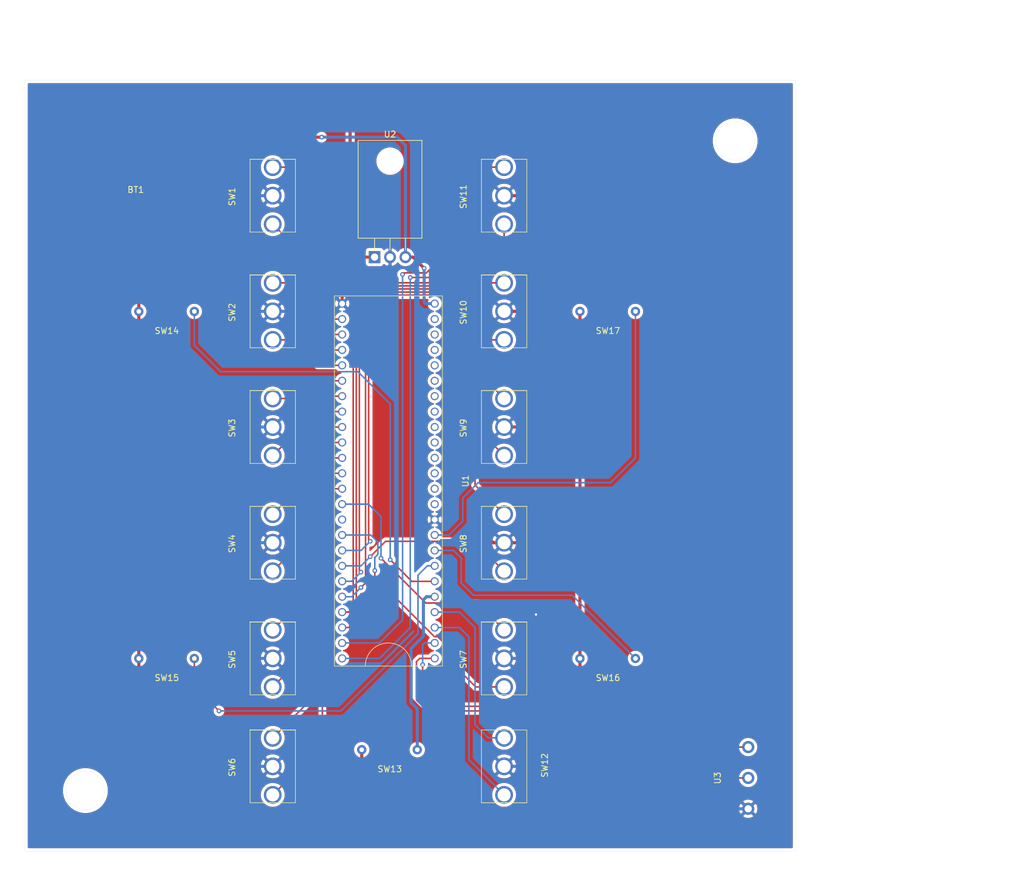
<source format=kicad_pcb>
(kicad_pcb (version 20171130) (host pcbnew "(5.1.9)-1")
  (title_block (date 2020-09-20) (rev Launchbox) (company v01) (comment 4 "Author: Ankit Khandelwal"))
  (layers (0 F.Cu signal) (31 B.Cu signal) (34 B.Paste user) (35 F.Paste user) (36 B.SilkS user) (37 F.SilkS user) (38 B.Mask user) (39 F.Mask user) (44 Edge.Cuts user))
  (net 0 "")
  (net 1 "Net-(BT1-Pad1)")
  (net 2 GND)
  (net 3 "Net-(SW1-Pad1)")
  (net 4 "Net-(SW1-Pad3)")
  (net 5 "Net-(SW2-Pad1)")
  (net 6 "Net-(SW2-Pad3)")
  (net 7 "Net-(SW3-Pad3)")
  (net 8 "Net-(SW3-Pad1)")
  (net 9 "Net-(SW4-Pad1)")
  (net 10 "Net-(SW4-Pad3)")
  (net 11 "Net-(SW6-Pad1)")
  (net 12 "Net-(SW6-Pad3)")
  (net 13 "Net-(SW7-Pad3)")
  (net 14 "Net-(SW7-Pad1)")
  (net 15 "Net-(SW8-Pad1)")
  (net 16 "Net-(SW8-Pad3)")
  (net 17 "Net-(SW9-Pad3)")
  (net 18 "Net-(SW9-Pad1)")
  (net 19 "Net-(SW10-Pad3)")
  (net 20 "Net-(SW10-Pad1)")
  (net 21 "Net-(SW11-Pad1)")
  (net 22 "Net-(SW11-Pad3)")
  (net 23 "Net-(SW12-Pad1)")
  (net 24 "Net-(SW12-Pad3)")
  (net 25 "Net-(SW13-Pad1)")
  (net 26 "Net-(SW14-Pad2)")
  (net 27 "Net-(SW15-Pad2)")
  (net 28 "Net-(SW16-Pad2)")
  (net 29 "Net-(SW17-Pad2)")
  (net 30 "Net-(U1-Pad47)")
  (net 31 "Net-(U1-Pad33)")
  (net 32 "Net-(U1-Pad34)")
  (net 33 "Net-(U1-Pad13)")
  (net 34 "Net-(U1-Pad14)")
  (net 35 "Net-(U1-Pad15)")
  (net 36 "Net-(U1-Pad16)")
  (net 37 "Net-(U1-Pad17)")
  (net 38 "Net-(U1-Pad18)")
  (net 39 "Net-(U1-Pad19)")
  (net 40 "Net-(U1-Pad20)")
  (net 41 "Net-(U1-Pad21)")
  (net 42 "Net-(U1-Pad22)")
  (net 43 "Net-(U1-Pad23)")
  (net 44 "Net-(U1-Pad42)")
  (net 45 "Net-(U1-Pad41)")
  (net 46 "Net-(SW5-Pad1)")
  (net 47 "Net-(SW5-Pad3)")
  (net 48 "Net-(SW13-Pad2)")
  (module "Launchbox:Teensy 3.6" (layer F.Cu) (at 103.715 101.585 90)
    (fp_text reference U1 (at 0 12.7 90) (layer F.SilkS))
    (fp_text value Teensy3.6)
    (fp_line (start -30.48 -8.89) (end 30.48 -8.89) (layer F.SilkS) (width 0.1016))
    (fp_line (start 30.48 8.89) (end 30.48 -8.89) (layer F.SilkS) (width 0.1016))
    (fp_line (start -30.48 8.89) (end 30.48 8.89) (layer F.SilkS) (width 0.1016))
    (fp_line (start -30.48 -8.89) (end -30.48 8.89) (layer F.SilkS) (width 0.1016))
    (fp_arc (start -30.48 0) (end -30.48 -3.81) (angle 180) (layer F.SilkS) (width 0.1016))
    (pad 32 thru_hole circle (at -29.21 -7.62 90) (size 1.3208 1.3208) (drill 0.9398) (layers *.Cu *.Mask) (net 22 "Net-(SW11-Pad3)"))
    (pad 31 thru_hole circle (at -26.67 -7.62 90) (size 1.3208 1.3208) (drill 0.9398) (layers *.Cu *.Mask) (net 21 "Net-(SW11-Pad1)"))
    (pad 30 thru_hole circle (at -24.13 -7.62 90) (size 1.3208 1.3208) (drill 0.9398) (layers *.Cu *.Mask) (net 19 "Net-(SW10-Pad3)"))
    (pad 29 thru_hole circle (at -21.59 -7.62 90) (size 1.3208 1.3208) (drill 0.9398) (layers *.Cu *.Mask) (net 20 "Net-(SW10-Pad1)"))
    (pad 28 thru_hole circle (at -19.05 -7.62 90) (size 1.3208 1.3208) (drill 0.9398) (layers *.Cu *.Mask) (net 17 "Net-(SW9-Pad3)"))
    (pad 27 thru_hole circle (at -16.51 -7.62 90) (size 1.3208 1.3208) (drill 0.9398) (layers *.Cu *.Mask) (net 18 "Net-(SW9-Pad1)"))
    (pad 26 thru_hole circle (at -13.97 -7.62 90) (size 1.3208 1.3208) (drill 0.9398) (layers *.Cu *.Mask) (net 16 "Net-(SW8-Pad3)"))
    (pad 25 thru_hole circle (at -11.43 -7.62 90) (size 1.3208 1.3208) (drill 0.9398) (layers *.Cu *.Mask) (net 15 "Net-(SW8-Pad1)"))
    (pad 24 thru_hole circle (at -8.89 -7.62 90) (size 1.3208 1.3208) (drill 0.9398) (layers *.Cu *.Mask) (net 13 "Net-(SW7-Pad3)"))
    (pad 47 thru_hole circle (at -6.35 -7.62 90) (size 1.3208 1.3208) (drill 0.9398) (layers *.Cu *.Mask) (net 30 "Net-(U1-Pad47)"))
    (pad 12 thru_hole circle (at -3.81 -7.62 90) (size 1.3208 1.3208) (drill 0.9398) (layers *.Cu *.Mask) (net 14 "Net-(SW7-Pad1)"))
    (pad 11 thru_hole circle (at -1.27 -7.62 90) (size 1.3208 1.3208) (drill 0.9398) (layers *.Cu *.Mask) (net 12 "Net-(SW6-Pad3)"))
    (pad 10 thru_hole circle (at 1.27 -7.62 90) (size 1.3208 1.3208) (drill 0.9398) (layers *.Cu *.Mask) (net 11 "Net-(SW6-Pad1)"))
    (pad 9 thru_hole circle (at 3.81 -7.62 90) (size 1.3208 1.3208) (drill 0.9398) (layers *.Cu *.Mask) (net 47 "Net-(SW5-Pad3)"))
    (pad 8 thru_hole circle (at 6.35 -7.62 90) (size 1.3208 1.3208) (drill 0.9398) (layers *.Cu *.Mask) (net 46 "Net-(SW5-Pad1)"))
    (pad 7 thru_hole circle (at 8.89 -7.62 90) (size 1.3208 1.3208) (drill 0.9398) (layers *.Cu *.Mask) (net 10 "Net-(SW4-Pad3)"))
    (pad 6 thru_hole circle (at 11.43 -7.62 90) (size 1.3208 1.3208) (drill 0.9398) (layers *.Cu *.Mask) (net 9 "Net-(SW4-Pad1)"))
    (pad 5 thru_hole circle (at 13.97 -7.62 90) (size 1.3208 1.3208) (drill 0.9398) (layers *.Cu *.Mask) (net 7 "Net-(SW3-Pad3)"))
    (pad 4 thru_hole circle (at 16.51 -7.62 90) (size 1.3208 1.3208) (drill 0.9398) (layers *.Cu *.Mask) (net 8 "Net-(SW3-Pad1)"))
    (pad 3 thru_hole circle (at 19.05 -7.62 90) (size 1.3208 1.3208) (drill 0.9398) (layers *.Cu *.Mask) (net 6 "Net-(SW2-Pad3)"))
    (pad 2 thru_hole circle (at 21.59 -7.62 90) (size 1.3208 1.3208) (drill 0.9398) (layers *.Cu *.Mask) (net 5 "Net-(SW2-Pad1)"))
    (pad 1 thru_hole circle (at 24.13 -7.62 90) (size 1.3208 1.3208) (drill 0.9398) (layers *.Cu *.Mask) (net 4 "Net-(SW1-Pad3)"))
    (pad 0 thru_hole circle (at 26.67 -7.62 90) (size 1.3208 1.3208) (drill 0.9398) (layers *.Cu *.Mask) (net 3 "Net-(SW1-Pad1)"))
    (pad 46 thru_hole circle (at 29.21 -7.62 90) (size 1.3208 1.3208) (drill 0.9398) (layers *.Cu *.Mask) (net 2 GND))
    (pad 33 thru_hole circle (at -29.21 7.62 90) (size 1.3208 1.3208) (drill 0.9398) (layers *.Cu *.Mask) (net 31 "Net-(U1-Pad33)"))
    (pad 34 thru_hole circle (at -26.67 7.62 90) (size 1.3208 1.3208) (drill 0.9398) (layers *.Cu *.Mask) (net 32 "Net-(U1-Pad34)"))
    (pad 35 thru_hole circle (at -24.13 7.62 90) (size 1.3208 1.3208) (drill 0.9398) (layers *.Cu *.Mask) (net 23 "Net-(SW12-Pad1)"))
    (pad 36 thru_hole circle (at -21.59 7.62 90) (size 1.3208 1.3208) (drill 0.9398) (layers *.Cu *.Mask) (net 24 "Net-(SW12-Pad3)"))
    (pad 37 thru_hole circle (at -19.05 7.62 90) (size 1.3208 1.3208) (drill 0.9398) (layers *.Cu *.Mask) (net 48 "Net-(SW13-Pad2)"))
    (pad 38 thru_hole circle (at -16.51 7.62 90) (size 1.3208 1.3208) (drill 0.9398) (layers *.Cu *.Mask) (net 26 "Net-(SW14-Pad2)"))
    (pad 39 thru_hole circle (at -13.97 7.62 90) (size 1.3208 1.3208) (drill 0.9398) (layers *.Cu *.Mask) (net 27 "Net-(SW15-Pad2)"))
    (pad 45 thru_hole circle (at -11.43 7.62 90) (size 1.3208 1.3208) (drill 0.9398) (layers *.Cu *.Mask) (net 28 "Net-(SW16-Pad2)"))
    (pad 44 thru_hole circle (at -8.89 7.62 90) (size 1.3208 1.3208) (drill 0.9398) (layers *.Cu *.Mask) (net 29 "Net-(SW17-Pad2)"))
    (pad 43 thru_hole circle (at -6.35 7.62 90) (size 1.3208 1.3208) (drill 0.9398) (layers *.Cu *.Mask) (net 2 GND))
    (pad 13 thru_hole circle (at -3.81 7.62 90) (size 1.3208 1.3208) (drill 0.9398) (layers *.Cu *.Mask) (net 33 "Net-(U1-Pad13)"))
    (pad 14 thru_hole circle (at -1.27 7.62 90) (size 1.3208 1.3208) (drill 0.9398) (layers *.Cu *.Mask) (net 34 "Net-(U1-Pad14)"))
    (pad 15 thru_hole circle (at 1.27 7.62 90) (size 1.3208 1.3208) (drill 0.9398) (layers *.Cu *.Mask) (net 35 "Net-(U1-Pad15)"))
    (pad 16 thru_hole circle (at 3.81 7.62 90) (size 1.3208 1.3208) (drill 0.9398) (layers *.Cu *.Mask) (net 36 "Net-(U1-Pad16)"))
    (pad 17 thru_hole circle (at 6.35 7.62 90) (size 1.3208 1.3208) (drill 0.9398) (layers *.Cu *.Mask) (net 37 "Net-(U1-Pad17)"))
    (pad 18 thru_hole circle (at 8.89 7.62 90) (size 1.3208 1.3208) (drill 0.9398) (layers *.Cu *.Mask) (net 38 "Net-(U1-Pad18)"))
    (pad 19 thru_hole circle (at 11.43 7.62 90) (size 1.3208 1.3208) (drill 0.9398) (layers *.Cu *.Mask) (net 39 "Net-(U1-Pad19)"))
    (pad 20 thru_hole circle (at 13.97 7.62 90) (size 1.3208 1.3208) (drill 0.9398) (layers *.Cu *.Mask) (net 40 "Net-(U1-Pad20)"))
    (pad 21 thru_hole circle (at 16.51 7.62 90) (size 1.3208 1.3208) (drill 0.9398) (layers *.Cu *.Mask) (net 41 "Net-(U1-Pad21)"))
    (pad 22 thru_hole circle (at 19.05 7.62 90) (size 1.3208 1.3208) (drill 0.9398) (layers *.Cu *.Mask) (net 42 "Net-(U1-Pad22)"))
    (pad 23 thru_hole circle (at 21.59 7.62 90) (size 1.3208 1.3208) (drill 0.9398) (layers *.Cu *.Mask) (net 43 "Net-(U1-Pad23)"))
    (pad 42 thru_hole circle (at 24.13 7.62 90) (size 1.3208 1.3208) (drill 0.9398) (layers *.Cu *.Mask) (net 44 "Net-(U1-Pad42)"))
    (pad 41 thru_hole circle (at 26.67 7.62 90) (size 1.3208 1.3208) (drill 0.9398) (layers *.Cu *.Mask) (net 45 "Net-(U1-Pad41)"))
    (pad 40 thru_hole circle (at 29.21 7.62 90) (size 1.3208 1.3208) (drill 0.9398) (layers *.Cu *.Mask) (net 25 "Net-(SW13-Pad1)"))
  )
  (module Launchbox:SPDT_Slide_Switch (layer F.Cu) (at 122.765 73.645 270)
    (fp_text reference SW10 (at 0.16764 6.69544 90) (layer F.SilkS))
    (fp_text value SW_SPDT_MSM)
    (fp_line (start -5.9944 -3.7592) (end -5.9944 3.7592) (layer F.SilkS) (width 0.1016))
    (fp_line (start 5.9944 3.7338) (end 5.9944 -3.7338) (layer F.SilkS) (width 0.1016))
    (fp_line (start -5.9944 -3.7338) (end 5.9944 -3.7338) (layer F.SilkS) (width 0.1016))
    (fp_line (start -5.9944 3.7338) (end -5.9944 -3.7338) (layer F.SilkS) (width 0.1016))
    (fp_line (start -5.9944 3.7338) (end 5.9944 3.7338) (layer F.SilkS) (width 0.1016))
    (pad 3 thru_hole circle (at 4.699 0 270) (size 2.921 2.921) (drill 2.159) (layers *.Cu *.Mask) (net 19 "Net-(SW10-Pad3)"))
    (pad 2 thru_hole circle (at 0 0 270) (size 2.921 2.921) (drill 2.159) (layers *.Cu *.Mask) (net 2 GND))
    (pad 1 thru_hole circle (at -4.699 0 270) (size 2.921 2.921) (drill 2.159) (layers *.Cu *.Mask) (net 20 "Net-(SW10-Pad1)"))
  )
  (module Launchbox:Lipo_Battery_Connector (layer F.Cu) (at 61.895 46.835)
    (fp_text reference BT1 (at 0.21 6.78) (layer F.SilkS))
    (fp_text value Battery_Cell)
    (pad 1 smd rect (at -7.62 0) (size 9.525 9.525) (layers F.Cu F.Paste F.Mask) (net 1 "Net-(BT1-Pad1)"))
    (pad 2 smd rect (at 7.62 0) (size 9.525 9.525) (layers F.Cu F.Paste F.Mask) (net 2 GND))
  )
  (module Launchbox:SPDT_Slide_Switch (layer F.Cu) (at 84.665 54.595 270)
    (fp_text reference SW1 (at 0.16764 6.69544 90) (layer F.SilkS))
    (fp_text value SW_SPDT_MSM)
    (fp_line (start -5.9944 3.7338) (end 5.9944 3.7338) (layer F.SilkS) (width 0.1016))
    (fp_line (start -5.9944 3.7338) (end -5.9944 -3.7338) (layer F.SilkS) (width 0.1016))
    (fp_line (start -5.9944 -3.7338) (end 5.9944 -3.7338) (layer F.SilkS) (width 0.1016))
    (fp_line (start 5.9944 3.7338) (end 5.9944 -3.7338) (layer F.SilkS) (width 0.1016))
    (fp_line (start -5.9944 -3.7592) (end -5.9944 3.7592) (layer F.SilkS) (width 0.1016))
    (pad 1 thru_hole circle (at -4.699 0 270) (size 2.921 2.921) (drill 2.159) (layers *.Cu *.Mask) (net 3 "Net-(SW1-Pad1)"))
    (pad 2 thru_hole circle (at 0 0 270) (size 2.921 2.921) (drill 2.159) (layers *.Cu *.Mask) (net 2 GND))
    (pad 3 thru_hole circle (at 4.699 0 270) (size 2.921 2.921) (drill 2.159) (layers *.Cu *.Mask) (net 4 "Net-(SW1-Pad3)"))
  )
  (module Launchbox:SPDT_Slide_Switch (layer F.Cu) (at 84.665 73.645 270)
    (fp_text reference SW2 (at 0.16764 6.69544 90) (layer F.SilkS))
    (fp_text value SW_SPDT_MSM)
    (fp_line (start -5.9944 -3.7592) (end -5.9944 3.7592) (layer F.SilkS) (width 0.1016))
    (fp_line (start 5.9944 3.7338) (end 5.9944 -3.7338) (layer F.SilkS) (width 0.1016))
    (fp_line (start -5.9944 -3.7338) (end 5.9944 -3.7338) (layer F.SilkS) (width 0.1016))
    (fp_line (start -5.9944 3.7338) (end -5.9944 -3.7338) (layer F.SilkS) (width 0.1016))
    (fp_line (start -5.9944 3.7338) (end 5.9944 3.7338) (layer F.SilkS) (width 0.1016))
    (pad 3 thru_hole circle (at 4.699 0 270) (size 2.921 2.921) (drill 2.159) (layers *.Cu *.Mask) (net 6 "Net-(SW2-Pad3)"))
    (pad 2 thru_hole circle (at 0 0 270) (size 2.921 2.921) (drill 2.159) (layers *.Cu *.Mask) (net 2 GND))
    (pad 1 thru_hole circle (at -4.699 0 270) (size 2.921 2.921) (drill 2.159) (layers *.Cu *.Mask) (net 5 "Net-(SW2-Pad1)"))
  )
  (module Launchbox:SPDT_Slide_Switch (layer F.Cu) (at 84.665 92.695 270)
    (fp_text reference SW3 (at 0.16764 6.69544 90) (layer F.SilkS))
    (fp_text value SW_SPDT_MSM)
    (fp_line (start -5.9944 3.7338) (end 5.9944 3.7338) (layer F.SilkS) (width 0.1016))
    (fp_line (start -5.9944 3.7338) (end -5.9944 -3.7338) (layer F.SilkS) (width 0.1016))
    (fp_line (start -5.9944 -3.7338) (end 5.9944 -3.7338) (layer F.SilkS) (width 0.1016))
    (fp_line (start 5.9944 3.7338) (end 5.9944 -3.7338) (layer F.SilkS) (width 0.1016))
    (fp_line (start -5.9944 -3.7592) (end -5.9944 3.7592) (layer F.SilkS) (width 0.1016))
    (pad 1 thru_hole circle (at -4.699 0 270) (size 2.921 2.921) (drill 2.159) (layers *.Cu *.Mask) (net 8 "Net-(SW3-Pad1)"))
    (pad 2 thru_hole circle (at 0 0 270) (size 2.921 2.921) (drill 2.159) (layers *.Cu *.Mask) (net 2 GND))
    (pad 3 thru_hole circle (at 4.699 0 270) (size 2.921 2.921) (drill 2.159) (layers *.Cu *.Mask) (net 7 "Net-(SW3-Pad3)"))
  )
  (module Launchbox:SPDT_Slide_Switch (layer F.Cu) (at 84.665 111.745 270)
    (fp_text reference SW4 (at 0.16764 6.69544 90) (layer F.SilkS))
    (fp_text value SW_SPDT_MSM)
    (fp_line (start -5.9944 -3.7592) (end -5.9944 3.7592) (layer F.SilkS) (width 0.1016))
    (fp_line (start 5.9944 3.7338) (end 5.9944 -3.7338) (layer F.SilkS) (width 0.1016))
    (fp_line (start -5.9944 -3.7338) (end 5.9944 -3.7338) (layer F.SilkS) (width 0.1016))
    (fp_line (start -5.9944 3.7338) (end -5.9944 -3.7338) (layer F.SilkS) (width 0.1016))
    (fp_line (start -5.9944 3.7338) (end 5.9944 3.7338) (layer F.SilkS) (width 0.1016))
    (pad 3 thru_hole circle (at 4.699 0 270) (size 2.921 2.921) (drill 2.159) (layers *.Cu *.Mask) (net 10 "Net-(SW4-Pad3)"))
    (pad 2 thru_hole circle (at 0 0 270) (size 2.921 2.921) (drill 2.159) (layers *.Cu *.Mask) (net 2 GND))
    (pad 1 thru_hole circle (at -4.699 0 270) (size 2.921 2.921) (drill 2.159) (layers *.Cu *.Mask) (net 9 "Net-(SW4-Pad1)"))
  )
  (module Launchbox:SPDT_Slide_Switch (layer F.Cu) (at 84.665 130.795 270)
    (fp_text reference SW5 (at 0.16764 6.69544 90) (layer F.SilkS))
    (fp_text value SW_SPDT_MSM)
    (fp_line (start -5.9944 3.7338) (end 5.9944 3.7338) (layer F.SilkS) (width 0.1016))
    (fp_line (start -5.9944 3.7338) (end -5.9944 -3.7338) (layer F.SilkS) (width 0.1016))
    (fp_line (start -5.9944 -3.7338) (end 5.9944 -3.7338) (layer F.SilkS) (width 0.1016))
    (fp_line (start 5.9944 3.7338) (end 5.9944 -3.7338) (layer F.SilkS) (width 0.1016))
    (fp_line (start -5.9944 -3.7592) (end -5.9944 3.7592) (layer F.SilkS) (width 0.1016))
    (pad 1 thru_hole circle (at -4.699 0 270) (size 2.921 2.921) (drill 2.159) (layers *.Cu *.Mask) (net 46 "Net-(SW5-Pad1)"))
    (pad 2 thru_hole circle (at 0 0 270) (size 2.921 2.921) (drill 2.159) (layers *.Cu *.Mask) (net 2 GND))
    (pad 3 thru_hole circle (at 4.699 0 270) (size 2.921 2.921) (drill 2.159) (layers *.Cu *.Mask) (net 47 "Net-(SW5-Pad3)"))
  )
  (module Launchbox:SPDT_Slide_Switch (layer F.Cu) (at 84.665 148.575 270)
    (fp_text reference SW6 (at 0.16764 6.69544 90) (layer F.SilkS))
    (fp_text value SW_SPDT_MSM)
    (fp_line (start -5.9944 -3.7592) (end -5.9944 3.7592) (layer F.SilkS) (width 0.1016))
    (fp_line (start 5.9944 3.7338) (end 5.9944 -3.7338) (layer F.SilkS) (width 0.1016))
    (fp_line (start -5.9944 -3.7338) (end 5.9944 -3.7338) (layer F.SilkS) (width 0.1016))
    (fp_line (start -5.9944 3.7338) (end -5.9944 -3.7338) (layer F.SilkS) (width 0.1016))
    (fp_line (start -5.9944 3.7338) (end 5.9944 3.7338) (layer F.SilkS) (width 0.1016))
    (pad 3 thru_hole circle (at 4.699 0 270) (size 2.921 2.921) (drill 2.159) (layers *.Cu *.Mask) (net 12 "Net-(SW6-Pad3)"))
    (pad 2 thru_hole circle (at 0 0 270) (size 2.921 2.921) (drill 2.159) (layers *.Cu *.Mask) (net 2 GND))
    (pad 1 thru_hole circle (at -4.699 0 270) (size 2.921 2.921) (drill 2.159) (layers *.Cu *.Mask) (net 11 "Net-(SW6-Pad1)"))
  )
  (module Launchbox:SPDT_Slide_Switch (layer F.Cu) (at 122.765 130.795 270)
    (fp_text reference SW7 (at 0.16764 6.69544 90) (layer F.SilkS))
    (fp_text value SW_SPDT_MSM)
    (fp_line (start -5.9944 -3.7592) (end -5.9944 3.7592) (layer F.SilkS) (width 0.1016))
    (fp_line (start 5.9944 3.7338) (end 5.9944 -3.7338) (layer F.SilkS) (width 0.1016))
    (fp_line (start -5.9944 -3.7338) (end 5.9944 -3.7338) (layer F.SilkS) (width 0.1016))
    (fp_line (start -5.9944 3.7338) (end -5.9944 -3.7338) (layer F.SilkS) (width 0.1016))
    (fp_line (start -5.9944 3.7338) (end 5.9944 3.7338) (layer F.SilkS) (width 0.1016))
    (pad 3 thru_hole circle (at 4.699 0 270) (size 2.921 2.921) (drill 2.159) (layers *.Cu *.Mask) (net 13 "Net-(SW7-Pad3)"))
    (pad 2 thru_hole circle (at 0 0 270) (size 2.921 2.921) (drill 2.159) (layers *.Cu *.Mask) (net 2 GND))
    (pad 1 thru_hole circle (at -4.699 0 270) (size 2.921 2.921) (drill 2.159) (layers *.Cu *.Mask) (net 14 "Net-(SW7-Pad1)"))
  )
  (module Launchbox:SPDT_Slide_Switch (layer F.Cu) (at 122.765 111.745 270)
    (fp_text reference SW8 (at 0.16764 6.69544 90) (layer F.SilkS))
    (fp_text value SW_SPDT_MSM)
    (fp_line (start -5.9944 3.7338) (end 5.9944 3.7338) (layer F.SilkS) (width 0.1016))
    (fp_line (start -5.9944 3.7338) (end -5.9944 -3.7338) (layer F.SilkS) (width 0.1016))
    (fp_line (start -5.9944 -3.7338) (end 5.9944 -3.7338) (layer F.SilkS) (width 0.1016))
    (fp_line (start 5.9944 3.7338) (end 5.9944 -3.7338) (layer F.SilkS) (width 0.1016))
    (fp_line (start -5.9944 -3.7592) (end -5.9944 3.7592) (layer F.SilkS) (width 0.1016))
    (pad 1 thru_hole circle (at -4.699 0 270) (size 2.921 2.921) (drill 2.159) (layers *.Cu *.Mask) (net 15 "Net-(SW8-Pad1)"))
    (pad 2 thru_hole circle (at 0 0 270) (size 2.921 2.921) (drill 2.159) (layers *.Cu *.Mask) (net 2 GND))
    (pad 3 thru_hole circle (at 4.699 0 270) (size 2.921 2.921) (drill 2.159) (layers *.Cu *.Mask) (net 16 "Net-(SW8-Pad3)"))
  )
  (module Launchbox:SPDT_Slide_Switch (layer F.Cu) (at 122.765 92.695 270)
    (fp_text reference SW9 (at 0.16764 6.69544 90) (layer F.SilkS))
    (fp_text value SW_SPDT_MSM)
    (fp_line (start -5.9944 3.7338) (end 5.9944 3.7338) (layer F.SilkS) (width 0.1016))
    (fp_line (start -5.9944 3.7338) (end -5.9944 -3.7338) (layer F.SilkS) (width 0.1016))
    (fp_line (start -5.9944 -3.7338) (end 5.9944 -3.7338) (layer F.SilkS) (width 0.1016))
    (fp_line (start 5.9944 3.7338) (end 5.9944 -3.7338) (layer F.SilkS) (width 0.1016))
    (fp_line (start -5.9944 -3.7592) (end -5.9944 3.7592) (layer F.SilkS) (width 0.1016))
    (pad 1 thru_hole circle (at -4.699 0 270) (size 2.921 2.921) (drill 2.159) (layers *.Cu *.Mask) (net 18 "Net-(SW9-Pad1)"))
    (pad 2 thru_hole circle (at 0 0 270) (size 2.921 2.921) (drill 2.159) (layers *.Cu *.Mask) (net 2 GND))
    (pad 3 thru_hole circle (at 4.699 0 270) (size 2.921 2.921) (drill 2.159) (layers *.Cu *.Mask) (net 17 "Net-(SW9-Pad3)"))
  )
  (module Launchbox:SPDT_Slide_Switch (layer F.Cu) (at 122.765 54.595 270)
    (fp_text reference SW11 (at 0.16764 6.69544 90) (layer F.SilkS))
    (fp_text value SW_SPDT_MSM)
    (fp_line (start -5.9944 3.7338) (end 5.9944 3.7338) (layer F.SilkS) (width 0.1016))
    (fp_line (start -5.9944 3.7338) (end -5.9944 -3.7338) (layer F.SilkS) (width 0.1016))
    (fp_line (start -5.9944 -3.7338) (end 5.9944 -3.7338) (layer F.SilkS) (width 0.1016))
    (fp_line (start 5.9944 3.7338) (end 5.9944 -3.7338) (layer F.SilkS) (width 0.1016))
    (fp_line (start -5.9944 -3.7592) (end -5.9944 3.7592) (layer F.SilkS) (width 0.1016))
    (pad 1 thru_hole circle (at -4.699 0 270) (size 2.921 2.921) (drill 2.159) (layers *.Cu *.Mask) (net 21 "Net-(SW11-Pad1)"))
    (pad 2 thru_hole circle (at 0 0 270) (size 2.921 2.921) (drill 2.159) (layers *.Cu *.Mask) (net 2 GND))
    (pad 3 thru_hole circle (at 4.699 0 270) (size 2.921 2.921) (drill 2.159) (layers *.Cu *.Mask) (net 22 "Net-(SW11-Pad3)"))
  )
  (module Launchbox:SPDT_Slide_Switch (layer F.Cu) (at 122.765 148.575 90)
    (fp_text reference SW12 (at 0.16764 6.69544 90) (layer F.SilkS))
    (fp_text value SW_SPDT_MSM)
    (fp_line (start -5.9944 -3.7592) (end -5.9944 3.7592) (layer F.SilkS) (width 0.1016))
    (fp_line (start 5.9944 3.7338) (end 5.9944 -3.7338) (layer F.SilkS) (width 0.1016))
    (fp_line (start -5.9944 -3.7338) (end 5.9944 -3.7338) (layer F.SilkS) (width 0.1016))
    (fp_line (start -5.9944 3.7338) (end -5.9944 -3.7338) (layer F.SilkS) (width 0.1016))
    (fp_line (start -5.9944 3.7338) (end 5.9944 3.7338) (layer F.SilkS) (width 0.1016))
    (pad 3 thru_hole circle (at 4.699 0 90) (size 2.921 2.921) (drill 2.159) (layers *.Cu *.Mask) (net 24 "Net-(SW12-Pad3)"))
    (pad 2 thru_hole circle (at 0 0 90) (size 2.921 2.921) (drill 2.159) (layers *.Cu *.Mask) (net 2 GND))
    (pad 1 thru_hole circle (at -4.699 0 90) (size 2.921 2.921) (drill 2.159) (layers *.Cu *.Mask) (net 23 "Net-(SW12-Pad1)"))
  )
  (module Launchbox:Pushbutton (layer F.Cu) (at 103.893 145.835)
    (fp_text reference SW13 (at 0.04064 3.19024) (layer F.SilkS))
    (fp_text value SW_Push)
    (pad 1 thru_hole circle (at -4.572 0) (size 1.524 1.524) (drill 0.762) (layers *.Cu *.Mask) (net 25 "Net-(SW13-Pad1)"))
    (pad 2 thru_hole circle (at 4.572 0) (size 1.524 1.524) (drill 0.762) (layers *.Cu *.Mask) (net 48 "Net-(SW13-Pad2)"))
  )
  (module Launchbox:Pushbutton (layer F.Cu) (at 67.183 73.66)
    (fp_text reference SW14 (at 0.04064 3.19024) (layer F.SilkS))
    (fp_text value SW_Push)
    (pad 1 thru_hole circle (at -4.572 0) (size 1.524 1.524) (drill 0.762) (layers *.Cu *.Mask) (net 25 "Net-(SW13-Pad1)"))
    (pad 2 thru_hole circle (at 4.572 0) (size 1.524 1.524) (drill 0.762) (layers *.Cu *.Mask) (net 26 "Net-(SW14-Pad2)"))
  )
  (module Launchbox:Pushbutton (layer F.Cu) (at 67.183 130.81)
    (fp_text reference SW15 (at 0.04064 3.19024) (layer F.SilkS))
    (fp_text value SW_Push)
    (pad 2 thru_hole circle (at 4.572 0) (size 1.524 1.524) (drill 0.762) (layers *.Cu *.Mask) (net 27 "Net-(SW15-Pad2)"))
    (pad 1 thru_hole circle (at -4.572 0) (size 1.524 1.524) (drill 0.762) (layers *.Cu *.Mask) (net 25 "Net-(SW13-Pad1)"))
  )
  (module Launchbox:Pushbutton (layer F.Cu) (at 139.827 130.81)
    (fp_text reference SW16 (at 0.04064 3.19024) (layer F.SilkS))
    (fp_text value SW_Push)
    (pad 2 thru_hole circle (at 4.572 0) (size 1.524 1.524) (drill 0.762) (layers *.Cu *.Mask) (net 28 "Net-(SW16-Pad2)"))
    (pad 1 thru_hole circle (at -4.572 0) (size 1.524 1.524) (drill 0.762) (layers *.Cu *.Mask) (net 25 "Net-(SW13-Pad1)"))
  )
  (module Launchbox:Pushbutton (layer F.Cu) (at 139.827 73.66)
    (fp_text reference SW17 (at 0.04064 3.19024) (layer F.SilkS))
    (fp_text value SW_Push)
    (pad 1 thru_hole circle (at -4.572 0) (size 1.524 1.524) (drill 0.762) (layers *.Cu *.Mask) (net 25 "Net-(SW13-Pad1)"))
    (pad 2 thru_hole circle (at 4.572 0) (size 1.524 1.524) (drill 0.762) (layers *.Cu *.Mask) (net 29 "Net-(SW17-Pad2)"))
  )
  (module Package_TO_SOT_THT:TO-220F-3_Horizontal_TabDown (layer F.Cu) (at 101.44 64.71)
    (fp_text reference U2 (at 2.54 -20.22) (layer F.SilkS))
    (fp_text value L7805)
    (fp_line (start -2.71 -3.11) (end 7.79 -3.11) (layer F.SilkS) (width 0.12))
    (fp_line (start -2.71 -19.22) (end 7.79 -19.22) (layer F.SilkS) (width 0.12))
    (fp_line (start -2.71 -19.22) (end -2.71 -3.11) (layer F.SilkS) (width 0.12))
    (fp_line (start 7.79 -19.22) (end 7.79 -3.11) (layer F.SilkS) (width 0.12))
    (fp_line (start 0 -3.11) (end 0 -1.15) (layer F.SilkS) (width 0.12))
    (fp_line (start 2.54 -3.11) (end 2.54 -1.15) (layer F.SilkS) (width 0.12))
    (fp_line (start 5.08 -3.11) (end 5.08 -1.15) (layer F.SilkS) (width 0.12))
    (pad "" np_thru_hole oval (at 2.54 -15.8) (size 3.5 3.5) (drill 3.5) (layers *.Cu *.Mask))
    (pad 1 thru_hole rect (at 0 0) (size 1.905 2) (drill 1.2) (layers *.Cu *.Mask) (net 1 "Net-(BT1-Pad1)"))
    (pad 2 thru_hole oval (at 2.54 0) (size 1.905 2) (drill 1.2) (layers *.Cu *.Mask) (net 2 GND))
    (pad 3 thru_hole oval (at 5.08 0) (size 1.905 2) (drill 1.2) (layers *.Cu *.Mask) (net 25 "Net-(SW13-Pad1)"))
  )
  (module Launchbox:ScrewTerminals (layer F.Cu) (at 162.965 150.48 270)
    (fp_text reference U3 (at 0.02 5.04 90) (layer F.SilkS))
    (fp_text value SerialScrewTerminals)
    (pad 1 thru_hole circle (at -5.08 0 270) (size 2 2) (drill 1.2) (layers *.Cu *.Mask) (net 32 "Net-(U1-Pad34)"))
    (pad 2 thru_hole circle (at 0 0 270) (size 2 2) (drill 1.2) (layers *.Cu *.Mask) (net 31 "Net-(U1-Pad33)"))
    (pad 3 thru_hole circle (at 5.08 0 270) (size 2 2) (drill 1.2) (layers *.Cu *.Mask) (net 2 GND))
  )
  (gr_circle (center 160.815 45.56) (end 163.99 45.56) (layer Edge.Cuts) (width 0.0254))
  (gr_circle (center 53.815 152.56) (end 56.99 152.56) (layer Edge.Cuts) (width 0.0254))
  (gr_line (start 43.815 162.56) (end 170.815 162.56) (layer Edge.Cuts) (width 0.0254))
  (gr_line (start 43.815 35.56) (end 43.815 162.56) (layer Edge.Cuts) (width 0.0254))
  (gr_line (start 170.815 35.56) (end 43.815 35.56) (layer Edge.Cuts) (width 0.0254))
  (gr_line (start 170.815 35.56) (end 170.815 162.56) (layer Edge.Cuts) (width 0.0254))
  (segment (start 54.275 46.835) (end 54.275 44.404) (width 0.508) (layer F.Cu) (net 1))
  (segment (start 54.275 44.404) (end 60.325 38.354) (width 0.508) (layer F.Cu) (net 1))
  (segment (start 60.325 38.354) (end 94.361 38.354) (width 0.508) (layer F.Cu) (net 1))
  (segment (start 94.361 38.354) (end 97.409 41.402) (width 0.508) (layer F.Cu) (net 1))
  (segment (start 97.409 41.402) (end 97.409 63.754) (width 0.508) (layer F.Cu) (net 1))
  (segment (start 98.365 64.71) (end 101.44 64.71) (width 0.508) (layer F.Cu) (net 1))
  (segment (start 97.409 63.754) (end 98.365 64.71) (width 0.508) (layer F.Cu) (net 1))
  (segment (start 69.515 46.835) (end 69.515 42.626) (width 0.508) (layer F.Cu) (net 2))
  (segment (start 69.515 42.626) (end 72.009 40.132) (width 0.508) (layer F.Cu) (net 2))
  (segment (start 72.009 40.132) (end 93.345 40.132) (width 0.508) (layer F.Cu) (net 2))
  (segment (start 93.345 40.132) (end 95.631 42.418) (width 0.508) (layer F.Cu) (net 2))
  (segment (start 95.631 42.418) (end 95.631 65.024) (width 0.508) (layer F.Cu) (net 2))
  (segment (start 95.631 65.024) (end 97.663 67.056) (width 0.508) (layer F.Cu) (net 2))
  (segment (start 97.663 67.056) (end 102.997 67.056) (width 0.508) (layer F.Cu) (net 2))
  (segment (start 103.98 66.073) (end 103.98 64.71) (width 0.508) (layer F.Cu) (net 2))
  (segment (start 102.997 67.056) (end 103.98 66.073) (width 0.508) (layer F.Cu) (net 2))
  (segment (start 96.095 72.375) (end 96.095 68.624) (width 0.508) (layer F.Cu) (net 2))
  (segment (start 96.095 68.624) (end 97.663 67.056) (width 0.508) (layer F.Cu) (net 2))
  (segment (start 76.947 143.266398) (end 69.215 135.534398) (width 0.508) (layer B.Cu) (net 2))
  (segment (start 79.502 47.752) (end 80.899 46.355) (width 0.508) (layer B.Cu) (net 2))
  (segment (start 80.899 46.355) (end 97.282 46.355) (width 0.508) (layer B.Cu) (net 2))
  (segment (start 103.98 53.053) (end 103.98 64.71) (width 0.508) (layer B.Cu) (net 2))
  (segment (start 97.282 46.355) (end 103.98 53.053) (width 0.508) (layer B.Cu) (net 2))
  (segment (start 79.771 54.595) (end 79.502 54.864) (width 0.508) (layer B.Cu) (net 2))
  (segment (start 84.665 54.595) (end 79.771 54.595) (width 0.508) (layer B.Cu) (net 2))
  (segment (start 79.502 55.626) (end 79.502 54.864) (width 0.508) (layer B.Cu) (net 2))
  (segment (start 79.502 54.864) (end 79.502 47.752) (width 0.508) (layer B.Cu) (net 2))
  (segment (start 94.825 73.645) (end 96.095 72.375) (width 0.508) (layer B.Cu) (net 2))
  (segment (start 84.665 73.645) (end 94.825 73.645) (width 0.508) (layer B.Cu) (net 2))
  (segment (start 81.773 73.645) (end 71.628 63.5) (width 0.508) (layer B.Cu) (net 2))
  (segment (start 84.665 73.645) (end 81.773 73.645) (width 0.508) (layer B.Cu) (net 2))
  (segment (start 69.215 65.913) (end 71.628 63.5) (width 0.508) (layer B.Cu) (net 2))
  (segment (start 71.628 63.5) (end 79.502 55.626) (width 0.508) (layer B.Cu) (net 2))
  (segment (start 77.582 130.795) (end 69.215 122.428) (width 0.508) (layer B.Cu) (net 2))
  (segment (start 84.665 130.795) (end 77.582 130.795) (width 0.508) (layer B.Cu) (net 2))
  (segment (start 69.215 135.534398) (end 69.215 122.428) (width 0.508) (layer B.Cu) (net 2))
  (segment (start 84.665 148.575) (end 77.171 148.575) (width 0.508) (layer B.Cu) (net 2))
  (segment (start 76.947 155.56) (end 76.947 148.351) (width 0.508) (layer B.Cu) (net 2))
  (segment (start 77.171 148.575) (end 76.947 148.351) (width 0.508) (layer B.Cu) (net 2))
  (segment (start 76.947 148.351) (end 76.947 143.266398) (width 0.508) (layer B.Cu) (net 2))
  (segment (start 122.765 148.575) (end 127.874 148.575) (width 0.508) (layer B.Cu) (net 2))
  (segment (start 129.809 150.51) (end 129.809 155.56) (width 0.508) (layer B.Cu) (net 2))
  (segment (start 127.874 148.575) (end 129.809 150.51) (width 0.508) (layer B.Cu) (net 2))
  (segment (start 162.965 155.56) (end 129.809 155.56) (width 0.508) (layer B.Cu) (net 2))
  (segment (start 129.809 155.56) (end 76.947 155.56) (width 0.508) (layer B.Cu) (net 2))
  (via (at 128.016 123.571) (size 0.762) (drill 0.381) (layers F.Cu B.Cu) (net 2))
  (segment (start 127.874 123.713) (end 128.016 123.571) (width 0.508) (layer B.Cu) (net 2))
  (segment (start 128.016 123.571) (end 128.524 123.063) (width 0.508) (layer F.Cu) (net 2))
  (segment (start 125.715 54.595) (end 122.765 54.595) (width 0.508) (layer F.Cu) (net 2))
  (segment (start 128.524 57.404) (end 125.715 54.595) (width 0.508) (layer F.Cu) (net 2))
  (segment (start 128.255 73.645) (end 128.524 73.914) (width 0.508) (layer F.Cu) (net 2))
  (segment (start 122.765 73.645) (end 128.255 73.645) (width 0.508) (layer F.Cu) (net 2))
  (segment (start 128.524 73.914) (end 128.524 57.404) (width 0.508) (layer F.Cu) (net 2))
  (segment (start 128.285 92.695) (end 128.524 92.456) (width 0.508) (layer F.Cu) (net 2))
  (segment (start 122.765 92.695) (end 128.285 92.695) (width 0.508) (layer F.Cu) (net 2))
  (segment (start 128.524 92.456) (end 128.524 73.914) (width 0.508) (layer F.Cu) (net 2))
  (segment (start 127.62 111.745) (end 128.524 112.649) (width 0.508) (layer F.Cu) (net 2))
  (segment (start 122.765 111.745) (end 127.62 111.745) (width 0.508) (layer F.Cu) (net 2))
  (segment (start 128.524 123.063) (end 128.524 112.649) (width 0.508) (layer F.Cu) (net 2))
  (segment (start 128.524 112.649) (end 128.524 92.456) (width 0.508) (layer F.Cu) (net 2))
  (segment (start 111.335 107.935) (end 113.128 109.728) (width 0.508) (layer F.Cu) (net 2))
  (segment (start 120.979382 111.745) (end 122.765 111.745) (width 0.508) (layer F.Cu) (net 2))
  (segment (start 118.962382 109.728) (end 120.979382 111.745) (width 0.508) (layer F.Cu) (net 2))
  (segment (start 113.128 109.728) (end 118.962382 109.728) (width 0.508) (layer F.Cu) (net 2))
  (segment (start 127.747 130.795) (end 127.874 130.668) (width 0.508) (layer B.Cu) (net 2))
  (segment (start 122.765 130.795) (end 127.747 130.795) (width 0.508) (layer B.Cu) (net 2))
  (segment (start 127.874 148.575) (end 127.874 130.668) (width 0.508) (layer B.Cu) (net 2))
  (segment (start 127.874 130.668) (end 127.874 123.713) (width 0.508) (layer B.Cu) (net 2))
  (segment (start 69.738 111.745) (end 69.215 112.268) (width 0.508) (layer B.Cu) (net 2))
  (segment (start 84.665 111.745) (end 69.738 111.745) (width 0.508) (layer B.Cu) (net 2))
  (segment (start 69.215 122.428) (end 69.215 112.268) (width 0.508) (layer B.Cu) (net 2))
  (segment (start 84.665 92.695) (end 69.992 92.695) (width 0.508) (layer B.Cu) (net 2))
  (segment (start 69.215 112.268) (end 69.215 93.472) (width 0.508) (layer B.Cu) (net 2))
  (segment (start 69.992 92.695) (end 69.215 93.472) (width 0.508) (layer B.Cu) (net 2))
  (segment (start 69.215 93.472) (end 69.215 65.913) (width 0.508) (layer B.Cu) (net 2))
  (segment (start 84.665 49.896) (end 87.107 49.896) (width 0.254) (layer F.Cu) (net 3))
  (segment (start 87.107 49.896) (end 90.551 53.34) (width 0.254) (layer F.Cu) (net 3))
  (segment (start 90.551 53.34) (end 90.551 73.914) (width 0.254) (layer F.Cu) (net 3))
  (segment (start 91.552 74.915) (end 96.095 74.915) (width 0.254) (layer F.Cu) (net 3))
  (segment (start 90.551 73.914) (end 91.552 74.915) (width 0.254) (layer F.Cu) (net 3))
  (segment (start 84.665 59.294) (end 89.535 64.164) (width 0.254) (layer F.Cu) (net 4))
  (segment (start 89.535 64.164) (end 89.535 75.184) (width 0.254) (layer F.Cu) (net 4))
  (segment (start 91.806 77.455) (end 96.095 77.455) (width 0.254) (layer F.Cu) (net 4))
  (segment (start 89.535 75.184) (end 91.806 77.455) (width 0.254) (layer F.Cu) (net 4))
  (segment (start 84.665 68.946) (end 87.361 68.946) (width 0.254) (layer F.Cu) (net 5))
  (segment (start 87.361 68.946) (end 88.265 69.85) (width 0.254) (layer F.Cu) (net 5))
  (segment (start 88.265 69.85) (end 88.265 77.47) (width 0.254) (layer F.Cu) (net 5))
  (segment (start 88.265 77.47) (end 90.805 80.01) (width 0.254) (layer F.Cu) (net 5))
  (segment (start 96.08 80.01) (end 96.095 79.995) (width 0.254) (layer F.Cu) (net 5))
  (segment (start 90.805 80.01) (end 96.08 80.01) (width 0.254) (layer F.Cu) (net 5))
  (segment (start 84.665 78.344) (end 87.869 78.344) (width 0.254) (layer F.Cu) (net 6))
  (segment (start 92.06 82.535) (end 96.095 82.535) (width 0.254) (layer F.Cu) (net 6))
  (segment (start 87.869 78.344) (end 92.06 82.535) (width 0.254) (layer F.Cu) (net 6))
  (segment (start 84.665 97.394) (end 88.519 93.54) (width 0.254) (layer F.Cu) (net 7))
  (segment (start 88.519 93.54) (end 88.519 89.662) (width 0.254) (layer F.Cu) (net 7))
  (segment (start 90.566 87.615) (end 96.095 87.615) (width 0.254) (layer F.Cu) (net 7))
  (segment (start 88.519 89.662) (end 90.566 87.615) (width 0.254) (layer F.Cu) (net 7))
  (segment (start 84.665 87.996) (end 87.899 87.996) (width 0.254) (layer F.Cu) (net 8))
  (segment (start 90.82 85.075) (end 96.095 85.075) (width 0.254) (layer F.Cu) (net 8))
  (segment (start 87.899 87.996) (end 90.82 85.075) (width 0.254) (layer F.Cu) (net 8))
  (segment (start 91.328 90.155) (end 96.095 90.155) (width 0.254) (layer F.Cu) (net 9))
  (segment (start 89.02701 92.45599) (end 91.328 90.155) (width 0.254) (layer F.Cu) (net 9))
  (segment (start 84.665 107.046) (end 89.02701 102.68399) (width 0.254) (layer F.Cu) (net 9))
  (segment (start 89.02701 102.68399) (end 89.02701 92.45599) (width 0.254) (layer F.Cu) (net 9))
  (segment (start 91.582 92.695) (end 96.095 92.695) (width 0.254) (layer F.Cu) (net 10))
  (segment (start 89.789 94.488) (end 91.582 92.695) (width 0.254) (layer F.Cu) (net 10))
  (segment (start 84.665 116.444) (end 89.789 111.32) (width 0.254) (layer F.Cu) (net 10))
  (segment (start 89.789 111.32) (end 89.789 94.488) (width 0.254) (layer F.Cu) (net 10))
  (segment (start 84.665 143.876) (end 92.075 136.466) (width 0.254) (layer F.Cu) (net 11))
  (segment (start 92.075 136.466) (end 92.075 101.6) (width 0.254) (layer F.Cu) (net 11))
  (segment (start 93.36 100.315) (end 96.095 100.315) (width 0.254) (layer F.Cu) (net 11))
  (segment (start 92.075 101.6) (end 93.36 100.315) (width 0.254) (layer F.Cu) (net 11))
  (segment (start 93.868 102.855) (end 96.095 102.855) (width 0.254) (layer F.Cu) (net 12))
  (segment (start 92.837 103.886) (end 93.868 102.855) (width 0.254) (layer F.Cu) (net 12))
  (segment (start 84.665 153.274) (end 92.837 145.102) (width 0.254) (layer F.Cu) (net 12))
  (segment (start 92.837 145.102) (end 92.837 103.886) (width 0.254) (layer F.Cu) (net 12))
  (segment (start 122.765 135.494) (end 119.649 135.494) (width 0.254) (layer F.Cu) (net 13))
  (segment (start 119.649 135.494) (end 118.095 135.494) (width 0.254) (layer F.Cu) (net 13))
  (segment (start 118.095 135.494) (end 113.157 130.556) (width 0.254) (layer F.Cu) (net 13))
  (segment (start 113.157 128.535726) (end 111.834873 127.213599) (width 0.254) (layer F.Cu) (net 13))
  (via (at 101.473 116.332) (size 0.762) (drill 0.381) (layers F.Cu B.Cu) (net 13))
  (segment (start 113.157 130.556) (end 113.157 128.535726) (width 0.254) (layer F.Cu) (net 13))
  (segment (start 111.292325 127.213599) (end 101.473 117.394274) (width 0.254) (layer F.Cu) (net 13))
  (segment (start 101.473 117.394274) (end 101.473 116.332) (width 0.254) (layer F.Cu) (net 13))
  (segment (start 111.834873 127.213599) (end 111.292325 127.213599) (width 0.254) (layer F.Cu) (net 13))
  (segment (start 101.473 114.188238) (end 101.98099 113.680248) (width 0.254) (layer B.Cu) (net 13))
  (segment (start 101.473 116.332) (end 101.473 114.188238) (width 0.254) (layer B.Cu) (net 13))
  (segment (start 100.807763 110.475) (end 96.095 110.475) (width 0.254) (layer B.Cu) (net 13))
  (segment (start 101.98099 111.648227) (end 100.807763 110.475) (width 0.254) (layer B.Cu) (net 13))
  (segment (start 101.98099 113.680248) (end 101.98099 111.648227) (width 0.254) (layer B.Cu) (net 13))
  (via (at 102.489 114.3) (size 0.762) (drill 0.381) (layers F.Cu B.Cu) (net 14))
  (segment (start 109.865401 121.676401) (end 102.489 114.3) (width 0.254) (layer F.Cu) (net 14))
  (segment (start 122.765 126.096) (end 118.345401 121.676401) (width 0.254) (layer F.Cu) (net 14))
  (segment (start 118.345401 121.676401) (end 109.865401 121.676401) (width 0.254) (layer F.Cu) (net 14))
  (segment (start 102.489 114.3) (end 102.489 107.442) (width 0.254) (layer B.Cu) (net 14))
  (segment (start 100.442 105.395) (end 96.095 105.395) (width 0.254) (layer B.Cu) (net 14))
  (segment (start 102.489 107.442) (end 100.442 105.395) (width 0.254) (layer B.Cu) (net 14))
  (segment (start 122.765 107.046) (end 117.98297 102.26397) (width 0.254) (layer F.Cu) (net 15))
  (segment (start 117.98297 102.26397) (end 117.98297 82.561696) (width 0.254) (layer F.Cu) (net 15))
  (segment (start 117.98297 71.11997) (end 117.84104 70.97804) (width 0.254) (layer F.Cu) (net 15))
  (segment (start 117.98297 82.561696) (end 117.98297 71.11997) (width 0.254) (layer F.Cu) (net 15))
  (segment (start 100.85296 70.97804) (end 100.457011 71.373989) (width 0.254) (layer F.Cu) (net 15))
  (segment (start 117.84104 70.97804) (end 100.85296 70.97804) (width 0.254) (layer F.Cu) (net 15))
  (segment (start 100.457011 71.373989) (end 100.457011 111.25201) (width 0.254) (layer F.Cu) (net 15))
  (via (at 100.711001 111.506) (size 0.762) (drill 0.381) (layers F.Cu B.Cu) (net 15))
  (segment (start 100.457011 111.25201) (end 100.711001 111.506) (width 0.254) (layer F.Cu) (net 15))
  (segment (start 99.202001 113.015) (end 96.095 113.015) (width 0.254) (layer B.Cu) (net 15))
  (segment (start 100.711001 111.506) (end 99.202001 113.015) (width 0.254) (layer B.Cu) (net 15))
  (via (at 100.711001 114.046) (size 0.762) (drill 0.381) (layers F.Cu B.Cu) (net 16))
  (segment (start 103.2406 111.516401) (end 100.711001 114.046) (width 0.254) (layer F.Cu) (net 16))
  (segment (start 122.765 116.444) (end 117.837401 111.516401) (width 0.254) (layer F.Cu) (net 16))
  (segment (start 117.837401 111.516401) (end 103.2406 111.516401) (width 0.254) (layer F.Cu) (net 16))
  (segment (start 99.202001 115.555) (end 96.095 115.555) (width 0.254) (layer B.Cu) (net 16))
  (segment (start 100.711001 114.046) (end 99.202001 115.555) (width 0.254) (layer B.Cu) (net 16))
  (via (at 99.187 119.126) (size 0.762) (drill 0.381) (layers F.Cu B.Cu) (net 17))
  (segment (start 97.678 120.635) (end 96.095 120.635) (width 0.254) (layer B.Cu) (net 17))
  (segment (start 99.187 119.126) (end 97.678 120.635) (width 0.254) (layer B.Cu) (net 17))
  (segment (start 99.949001 118.363999) (end 99.187 119.126) (width 0.254) (layer F.Cu) (net 17))
  (segment (start 118.49098 93.11998) (end 118.49098 70.61198) (width 0.254) (layer F.Cu) (net 17))
  (segment (start 122.765 97.394) (end 118.49098 93.11998) (width 0.254) (layer F.Cu) (net 17))
  (segment (start 118.49098 70.61198) (end 118.34903 70.47003) (width 0.254) (layer F.Cu) (net 17))
  (segment (start 118.34903 70.47003) (end 100.59897 70.47003) (width 0.254) (layer F.Cu) (net 17))
  (segment (start 99.949001 71.120001) (end 99.949001 118.363999) (width 0.254) (layer F.Cu) (net 17))
  (segment (start 100.59897 70.47003) (end 99.949001 71.120001) (width 0.254) (layer F.Cu) (net 17))
  (segment (start 96.11 118.11) (end 96.095 118.095) (width 0.254) (layer B.Cu) (net 18))
  (segment (start 122.765 87.996) (end 118.99899 84.22999) (width 0.254) (layer F.Cu) (net 18))
  (segment (start 118.99899 70.35799) (end 118.60302 69.96202) (width 0.254) (layer F.Cu) (net 18))
  (segment (start 118.99899 84.22999) (end 118.99899 70.35799) (width 0.254) (layer F.Cu) (net 18))
  (segment (start 118.60302 69.96202) (end 100.047414 69.96202) (width 0.254) (layer F.Cu) (net 18))
  (segment (start 100.047414 69.96202) (end 98.93301 71.076424) (width 0.254) (layer F.Cu) (net 18))
  (via (at 99.187 116.586) (size 0.762) (drill 0.381) (layers F.Cu B.Cu) (net 18))
  (segment (start 98.93301 71.076424) (end 98.93301 116.33201) (width 0.254) (layer F.Cu) (net 18))
  (segment (start 98.93301 116.33201) (end 99.187 116.586) (width 0.254) (layer F.Cu) (net 18))
  (segment (start 97.678 118.095) (end 96.095 118.095) (width 0.254) (layer B.Cu) (net 18))
  (segment (start 99.187 116.586) (end 97.678 118.095) (width 0.254) (layer B.Cu) (net 18))
  (segment (start 122.765 78.344) (end 120.381 78.344) (width 0.254) (layer F.Cu) (net 19))
  (segment (start 120.381 78.344) (end 119.507 77.47) (width 0.254) (layer F.Cu) (net 19))
  (segment (start 119.507 70.104) (end 118.85701 69.45401) (width 0.254) (layer F.Cu) (net 19))
  (segment (start 119.507 77.47) (end 119.507 70.104) (width 0.254) (layer F.Cu) (net 19))
  (segment (start 99.83699 69.45401) (end 98.425 70.866) (width 0.254) (layer F.Cu) (net 19))
  (segment (start 118.85701 69.45401) (end 99.83699 69.45401) (width 0.254) (layer F.Cu) (net 19))
  (segment (start 98.425 70.866) (end 98.425 124.46) (width 0.254) (layer F.Cu) (net 19))
  (segment (start 97.17 125.715) (end 96.095 125.715) (width 0.254) (layer F.Cu) (net 19))
  (segment (start 98.425 124.46) (end 97.17 125.715) (width 0.254) (layer F.Cu) (net 19))
  (segment (start 122.765 68.946) (end 99.583 68.946) (width 0.254) (layer F.Cu) (net 20))
  (segment (start 99.583 68.946) (end 97.917 70.612) (width 0.254) (layer F.Cu) (net 20))
  (segment (start 97.917 70.612) (end 97.917 122.428) (width 0.254) (layer F.Cu) (net 20))
  (segment (start 97.17 123.175) (end 96.095 123.175) (width 0.254) (layer F.Cu) (net 20))
  (segment (start 97.917 122.428) (end 97.17 123.175) (width 0.254) (layer F.Cu) (net 20))
  (segment (start 122.765 49.896) (end 120.157 49.896) (width 0.254) (layer F.Cu) (net 21))
  (via (at 106.045 67.564) (size 0.762) (drill 0.381) (layers F.Cu B.Cu) (net 21))
  (segment (start 106.299 67.31) (end 106.045 67.564) (width 0.254) (layer F.Cu) (net 21))
  (segment (start 109.966762 67.31) (end 106.299 67.31) (width 0.254) (layer F.Cu) (net 21))
  (segment (start 120.157 49.896) (end 120.157 57.119762) (width 0.254) (layer F.Cu) (net 21))
  (segment (start 120.157 57.119762) (end 109.966762 67.31) (width 0.254) (layer F.Cu) (net 21))
  (segment (start 106.045 67.564) (end 106.045 124.46) (width 0.254) (layer B.Cu) (net 21))
  (segment (start 102.25 128.255) (end 96.095 128.255) (width 0.254) (layer B.Cu) (net 21))
  (segment (start 106.045 124.46) (end 102.25 128.255) (width 0.254) (layer B.Cu) (net 21))
  (segment (start 122.765 59.294) (end 122.765 61.512) (width 0.254) (layer F.Cu) (net 22))
  (segment (start 122.765 61.512) (end 116.966999 67.310001) (width 0.254) (layer F.Cu) (net 22))
  (segment (start 116.966999 67.310001) (end 116.713 67.564) (width 0.254) (layer F.Cu) (net 22))
  (via (at 107.315 68.072) (size 0.762) (drill 0.381) (layers F.Cu B.Cu) (net 22))
  (segment (start 116.713 67.564) (end 116.205 68.072) (width 0.254) (layer F.Cu) (net 22))
  (segment (start 116.205 68.072) (end 107.315 68.072) (width 0.254) (layer F.Cu) (net 22))
  (segment (start 107.315 68.072) (end 107.315 125.73) (width 0.254) (layer B.Cu) (net 22))
  (segment (start 102.25 130.795) (end 96.095 130.795) (width 0.254) (layer B.Cu) (net 22))
  (segment (start 107.315 125.73) (end 102.25 130.795) (width 0.254) (layer B.Cu) (net 22))
  (segment (start 122.765 153.274) (end 116.967 147.476) (width 0.254) (layer B.Cu) (net 23))
  (segment (start 116.967 147.476) (end 116.967 127.254) (width 0.254) (layer B.Cu) (net 23))
  (segment (start 115.428 125.715) (end 111.335 125.715) (width 0.254) (layer B.Cu) (net 23))
  (segment (start 116.967 127.254) (end 115.428 125.715) (width 0.254) (layer B.Cu) (net 23))
  (segment (start 122.765 143.876) (end 120.127 143.876) (width 0.254) (layer B.Cu) (net 24))
  (segment (start 120.127 143.876) (end 117.983 141.732) (width 0.254) (layer B.Cu) (net 24))
  (segment (start 117.983 141.732) (end 117.983 125.73) (width 0.254) (layer B.Cu) (net 24))
  (segment (start 115.428 123.175) (end 111.335 123.175) (width 0.254) (layer B.Cu) (net 24))
  (segment (start 117.983 125.73) (end 115.428 123.175) (width 0.254) (layer B.Cu) (net 24))
  (via (at 109.601 66.548) (size 0.762) (drill 0.381) (layers F.Cu B.Cu) (net 25))
  (segment (start 106.52 64.71) (end 107.763 64.71) (width 0.508) (layer F.Cu) (net 25))
  (segment (start 107.763 64.71) (end 109.601 66.548) (width 0.508) (layer F.Cu) (net 25))
  (segment (start 109.84 72.375) (end 111.335 72.375) (width 0.508) (layer B.Cu) (net 25))
  (segment (start 109.601 66.548) (end 109.601 72.136) (width 0.508) (layer B.Cu) (net 25))
  (segment (start 109.601 72.136) (end 109.84 72.375) (width 0.508) (layer B.Cu) (net 25))
  (segment (start 135.255 73.66) (end 135.255 130.81) (width 0.508) (layer F.Cu) (net 25))
  (segment (start 62.611 151.765) (end 62.611 130.81) (width 0.508) (layer F.Cu) (net 25))
  (segment (start 70.866 160.02) (end 62.611 151.765) (width 0.508) (layer F.Cu) (net 25))
  (segment (start 135.255 138.049) (end 139.7 142.494) (width 0.508) (layer F.Cu) (net 25))
  (segment (start 139.7 142.494) (end 164.846 142.494) (width 0.508) (layer F.Cu) (net 25))
  (segment (start 164.846 142.494) (end 165.989 143.637) (width 0.508) (layer F.Cu) (net 25))
  (segment (start 135.255 130.81) (end 135.255 138.049) (width 0.508) (layer F.Cu) (net 25))
  (segment (start 165.989 143.637) (end 165.989 160.02) (width 0.508) (layer F.Cu) (net 25))
  (segment (start 62.611 130.81) (end 62.611 73.66) (width 0.508) (layer F.Cu) (net 25))
  (segment (start 62.611 73.66) (end 62.611 70.231) (width 0.508) (layer F.Cu) (net 25))
  (segment (start 62.611 70.231) (end 78.359 54.483) (width 0.508) (layer F.Cu) (net 25))
  (segment (start 78.359 54.483) (end 78.359 46.101) (width 0.508) (layer F.Cu) (net 25))
  (via (at 92.71 44.958) (size 0.762) (drill 0.381) (layers F.Cu B.Cu) (net 25))
  (segment (start 78.359 46.101) (end 79.502 44.958) (width 0.508) (layer F.Cu) (net 25))
  (segment (start 79.502 44.958) (end 92.71 44.958) (width 0.508) (layer F.Cu) (net 25))
  (segment (start 92.71 44.958) (end 105.156 44.958) (width 0.508) (layer B.Cu) (net 25))
  (segment (start 106.52 46.322) (end 106.52 64.71) (width 0.508) (layer B.Cu) (net 25))
  (segment (start 105.156 44.958) (end 106.52 46.322) (width 0.508) (layer B.Cu) (net 25))
  (segment (start 99.321 158.743) (end 98.044 160.02) (width 0.508) (layer F.Cu) (net 25))
  (segment (start 165.989 160.02) (end 98.044 160.02) (width 0.508) (layer F.Cu) (net 25))
  (segment (start 99.321 145.835) (end 99.321 158.743) (width 0.508) (layer F.Cu) (net 25))
  (segment (start 98.044 160.02) (end 70.866 160.02) (width 0.508) (layer F.Cu) (net 25))
  (segment (start 71.755 73.66) (end 71.755 79.248) (width 0.254) (layer B.Cu) (net 26))
  (segment (start 76.083401 83.576401) (end 98.689401 83.576401) (width 0.254) (layer B.Cu) (net 26))
  (segment (start 71.755 79.248) (end 76.083401 83.576401) (width 0.254) (layer B.Cu) (net 26))
  (segment (start 98.689401 83.576401) (end 104.013 88.9) (width 0.254) (layer B.Cu) (net 26))
  (via (at 104.013 114.554) (size 0.762) (drill 0.381) (layers F.Cu B.Cu) (net 26))
  (segment (start 104.013 88.9) (end 104.013 114.554) (width 0.254) (layer B.Cu) (net 26))
  (segment (start 104.013 114.554) (end 107.569 118.11) (width 0.254) (layer F.Cu) (net 26))
  (segment (start 111.32 118.11) (end 111.335 118.095) (width 0.254) (layer F.Cu) (net 26))
  (segment (start 107.569 118.11) (end 111.32 118.11) (width 0.254) (layer F.Cu) (net 26))
  (via (at 75.819 139.446) (size 0.762) (drill 0.381) (layers F.Cu B.Cu) (net 27))
  (segment (start 71.755 130.81) (end 71.755 135.382) (width 0.254) (layer F.Cu) (net 27))
  (segment (start 71.755 135.382) (end 75.819 139.446) (width 0.254) (layer F.Cu) (net 27))
  (segment (start 110.124 115.555) (end 111.335 115.555) (width 0.254) (layer B.Cu) (net 27))
  (segment (start 108.585 117.094) (end 110.124 115.555) (width 0.254) (layer B.Cu) (net 27))
  (segment (start 108.585 126.746) (end 108.585 117.094) (width 0.254) (layer B.Cu) (net 27))
  (segment (start 75.819 139.446) (end 95.885 139.446) (width 0.254) (layer B.Cu) (net 27))
  (segment (start 95.885 139.446) (end 108.585 126.746) (width 0.254) (layer B.Cu) (net 27))
  (segment (start 144.399 130.81) (end 133.985 120.396) (width 0.254) (layer B.Cu) (net 28))
  (segment (start 133.985 120.396) (end 117.729 120.396) (width 0.254) (layer B.Cu) (net 28))
  (segment (start 117.729 120.396) (end 115.697 118.364) (width 0.254) (layer B.Cu) (net 28))
  (segment (start 115.697 118.364) (end 115.697 114.3) (width 0.254) (layer B.Cu) (net 28))
  (segment (start 114.412 113.015) (end 111.335 113.015) (width 0.254) (layer B.Cu) (net 28))
  (segment (start 115.697 114.3) (end 114.412 113.015) (width 0.254) (layer B.Cu) (net 28))
  (segment (start 144.399 73.66) (end 144.399 97.79) (width 0.254) (layer B.Cu) (net 29))
  (segment (start 144.399 97.79) (end 140.335 101.854) (width 0.254) (layer B.Cu) (net 29))
  (segment (start 140.335 101.854) (end 118.491 101.854) (width 0.254) (layer B.Cu) (net 29))
  (segment (start 118.491 101.854) (end 115.951 104.394) (width 0.254) (layer B.Cu) (net 29))
  (segment (start 115.951 104.394) (end 115.951 108.204) (width 0.254) (layer B.Cu) (net 29))
  (segment (start 113.68 110.475) (end 111.335 110.475) (width 0.254) (layer B.Cu) (net 29))
  (segment (start 115.951 108.204) (end 113.68 110.475) (width 0.254) (layer B.Cu) (net 29))
  (segment (start 162.965 150.48) (end 139.177 150.48) (width 0.254) (layer F.Cu) (net 31))
  (segment (start 139.177 150.48) (end 128.143 139.446) (width 0.254) (layer F.Cu) (net 31))
  (segment (start 128.143 139.446) (end 110.617 139.446) (width 0.254) (layer F.Cu) (net 31))
  (segment (start 110.617 139.446) (end 108.331 137.16) (width 0.254) (layer F.Cu) (net 31))
  (segment (start 108.331 137.16) (end 108.331 131.318) (width 0.254) (layer F.Cu) (net 31))
  (segment (start 108.854 130.795) (end 111.335 130.795) (width 0.254) (layer F.Cu) (net 31))
  (segment (start 108.331 131.318) (end 108.854 130.795) (width 0.254) (layer F.Cu) (net 31))
  (segment (start 162.965 145.4) (end 134.859 145.4) (width 0.254) (layer F.Cu) (net 32))
  (segment (start 134.859 145.4) (end 128.143 138.684) (width 0.254) (layer F.Cu) (net 32))
  (segment (start 128.143 138.684) (end 111.379 138.684) (width 0.254) (layer F.Cu) (net 32))
  (segment (start 111.379 138.684) (end 110.871 138.684) (width 0.254) (layer F.Cu) (net 32))
  (via (at 109.347 131.826) (size 0.762) (drill 0.381) (layers F.Cu B.Cu) (net 32))
  (segment (start 110.871 138.684) (end 109.347 137.16) (width 0.254) (layer F.Cu) (net 32))
  (segment (start 109.347 137.16) (end 109.347 131.826) (width 0.254) (layer F.Cu) (net 32))
  (segment (start 109.347 131.826) (end 109.347 128.524) (width 0.254) (layer B.Cu) (net 32))
  (segment (start 109.616 128.255) (end 111.335 128.255) (width 0.254) (layer B.Cu) (net 32))
  (segment (start 109.347 128.524) (end 109.616 128.255) (width 0.254) (layer B.Cu) (net 32))
  (segment (start 84.665 126.096) (end 90.551 120.21) (width 0.254) (layer F.Cu) (net 46))
  (segment (start 90.551 120.21) (end 90.551 96.266) (width 0.254) (layer F.Cu) (net 46))
  (segment (start 91.582 95.235) (end 96.095 95.235) (width 0.254) (layer F.Cu) (net 46))
  (segment (start 90.551 96.266) (end 91.582 95.235) (width 0.254) (layer F.Cu) (net 46))
  (segment (start 84.665 135.494) (end 91.313 128.846) (width 0.254) (layer F.Cu) (net 47))
  (segment (start 91.313 128.846) (end 91.313 99.06) (width 0.254) (layer F.Cu) (net 47))
  (segment (start 92.598 97.775) (end 96.095 97.775) (width 0.254) (layer F.Cu) (net 47))
  (segment (start 91.313 99.06) (end 92.598 97.775) (width 0.254) (layer F.Cu) (net 47))
  (segment (start 108.465 145.835) (end 108.465 139.072) (width 0.508) (layer B.Cu) (net 48))
  (segment (start 108.465 139.072) (end 107.442 138.049) (width 0.508) (layer B.Cu) (net 48))
  (segment (start 107.442 138.049) (end 107.442 129.159) (width 0.508) (layer B.Cu) (net 48))
  (segment (start 107.442 129.159) (end 109.474 127.127) (width 0.508) (layer B.Cu) (net 48))
  (segment (start 109.474 127.127) (end 109.474 121.158) (width 0.508) (layer B.Cu) (net 48))
  (segment (start 109.997 120.635) (end 111.335 120.635) (width 0.508) (layer B.Cu) (net 48))
  (segment (start 109.474 121.158) (end 109.997 120.635) (width 0.508) (layer B.Cu) (net 48))
  (zone (net 2) (net_name GND) (layer F.Cu) (connect_pads (clearance 0.508)) (min_thickness 0.254) (fill yes (arc_segments 32) (thermal_gap 0.508) (thermal_bridge_width 0.508))
    (polygon (pts (xy 173.609 30.226) (xy 175.006 165.608) (xy 41.275 166.624) (xy 40.767 166.624) (xy 39.751 28.321)))
  )
  (zone (net 2) (net_name GND) (layer B.Cu) (connect_pads (clearance 0.508)) (min_thickness 0.254) (fill yes (arc_segments 32) (thermal_gap 0.508) (thermal_bridge_width 0.508))
    (polygon (pts (xy 172.212 33.147) (xy 172.847 163.83) (xy 42.164 164.846) (xy 42.037 31.242)))
  )
)
</source>
